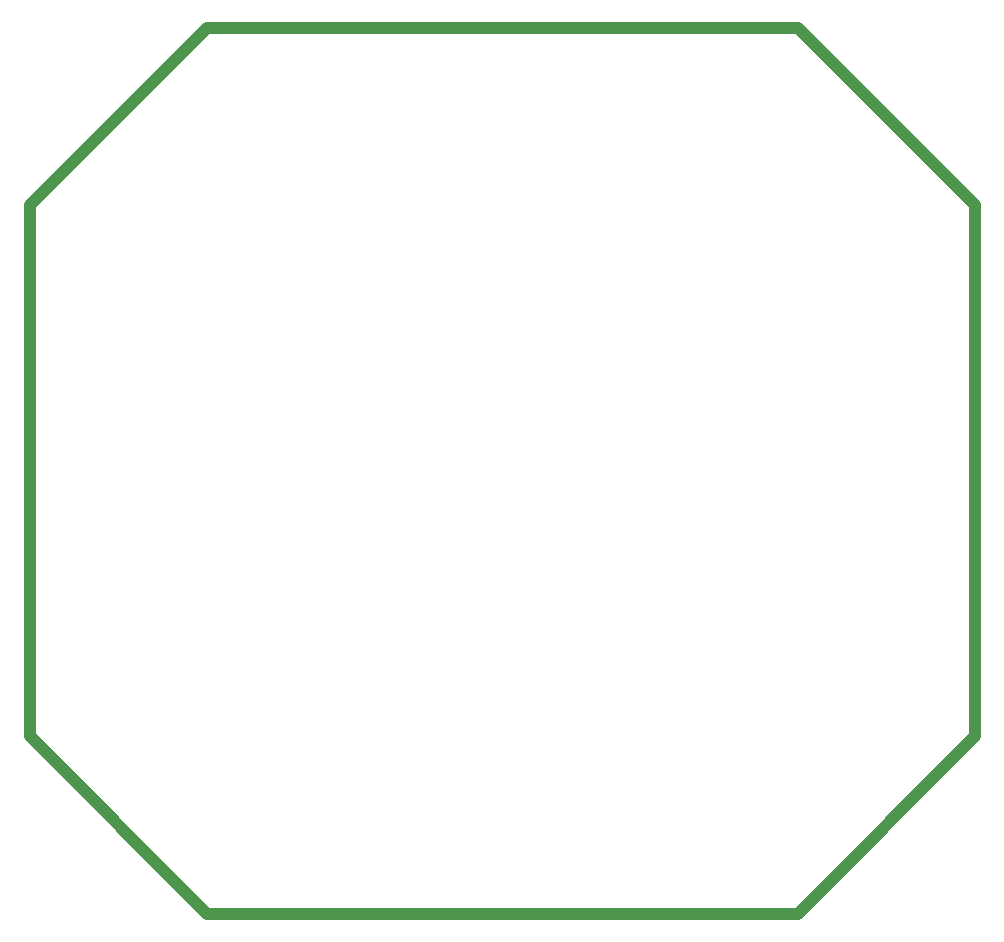
<source format=gbr>
%TF.GenerationSoftware,KiCad,Pcbnew,(5.1.9-0-10_14)*%
%TF.CreationDate,2021-02-25T13:49:12+00:00*%
%TF.ProjectId,SSR-PCB,5353522d-5043-4422-9e6b-696361645f70,rev?*%
%TF.SameCoordinates,Original*%
%TF.FileFunction,Profile,NP*%
%FSLAX46Y46*%
G04 Gerber Fmt 4.6, Leading zero omitted, Abs format (unit mm)*
G04 Created by KiCad (PCBNEW (5.1.9-0-10_14)) date 2021-02-25 13:49:12*
%MOMM*%
%LPD*%
G01*
G04 APERTURE LIST*
%TA.AperFunction,Profile*%
%ADD10C,1.000000*%
%TD*%
G04 APERTURE END LIST*
D10*
X-115000000Y0D02*
X-100000000Y-15000000D01*
X-165000000Y0D02*
X-180000000Y-15000000D01*
X-165000000Y-75000000D02*
X-180000000Y-60000000D01*
X-115000000Y-75000000D02*
X-100000000Y-60000000D01*
X-180000000Y-60000000D02*
X-180000000Y-15000000D01*
X-165000000Y-75000000D02*
X-115000000Y-75000000D01*
X-100000000Y-15000000D02*
X-100000000Y-60000000D01*
X-165000000Y0D02*
X-115000000Y0D01*
M02*

</source>
